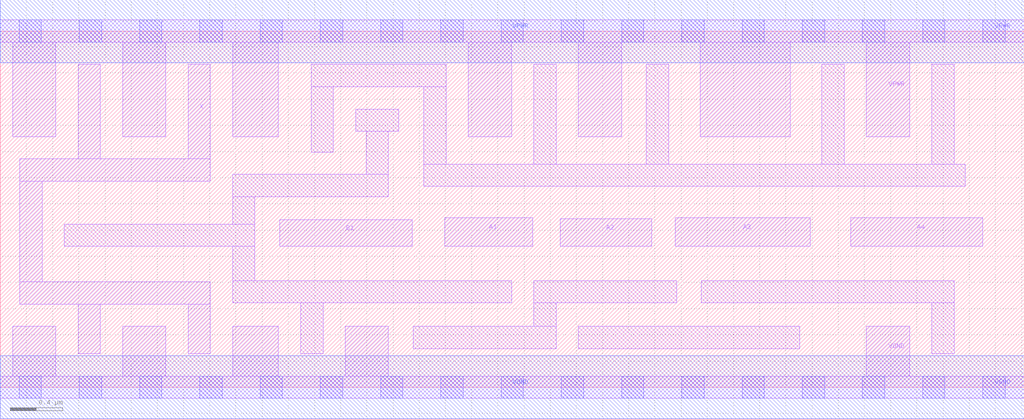
<source format=lef>
# Copyright 2020 The SkyWater PDK Authors
#
# Licensed under the Apache License, Version 2.0 (the "License");
# you may not use this file except in compliance with the License.
# You may obtain a copy of the License at
#
#     https://www.apache.org/licenses/LICENSE-2.0
#
# Unless required by applicable law or agreed to in writing, software
# distributed under the License is distributed on an "AS IS" BASIS,
# WITHOUT WARRANTIES OR CONDITIONS OF ANY KIND, either express or implied.
# See the License for the specific language governing permissions and
# limitations under the License.
#
# SPDX-License-Identifier: Apache-2.0

VERSION 5.7 ;
  NAMESCASESENSITIVE ON ;
  NOWIREEXTENSIONATPIN ON ;
  DIVIDERCHAR "/" ;
  BUSBITCHARS "[]" ;
UNITS
  DATABASE MICRONS 200 ;
END UNITS
MACRO sky130_fd_sc_hd__a41o_4
  CLASS CORE ;
  SOURCE USER ;
  FOREIGN sky130_fd_sc_hd__a41o_4 ;
  ORIGIN  0.000000  0.000000 ;
  SIZE  7.820000 BY  2.720000 ;
  SYMMETRY X Y R90 ;
  SITE unithd ;
  PIN A1
    ANTENNAGATEAREA  0.495000 ;
    DIRECTION INPUT ;
    USE SIGNAL ;
    PORT
      LAYER li1 ;
        RECT 3.395000 1.075000 4.065000 1.295000 ;
    END
  END A1
  PIN A2
    ANTENNAGATEAREA  0.495000 ;
    DIRECTION INPUT ;
    USE SIGNAL ;
    PORT
      LAYER li1 ;
        RECT 4.275000 1.075000 4.975000 1.285000 ;
    END
  END A2
  PIN A3
    ANTENNAGATEAREA  0.495000 ;
    DIRECTION INPUT ;
    USE SIGNAL ;
    PORT
      LAYER li1 ;
        RECT 5.155000 1.075000 6.185000 1.295000 ;
    END
  END A3
  PIN A4
    ANTENNAGATEAREA  0.495000 ;
    DIRECTION INPUT ;
    USE SIGNAL ;
    PORT
      LAYER li1 ;
        RECT 6.495000 1.075000 7.505000 1.295000 ;
    END
  END A4
  PIN B1
    ANTENNAGATEAREA  0.495000 ;
    DIRECTION INPUT ;
    USE SIGNAL ;
    PORT
      LAYER li1 ;
        RECT 2.135000 1.075000 3.145000 1.280000 ;
    END
  END B1
  PIN X
    ANTENNADIFFAREA  0.891000 ;
    DIRECTION OUTPUT ;
    USE SIGNAL ;
    PORT
      LAYER li1 ;
        RECT 0.150000 0.635000 1.605000 0.805000 ;
        RECT 0.150000 0.805000 0.320000 1.575000 ;
        RECT 0.150000 1.575000 1.605000 1.745000 ;
        RECT 0.595000 0.255000 0.765000 0.635000 ;
        RECT 0.595000 1.745000 0.765000 2.465000 ;
        RECT 1.435000 0.255000 1.605000 0.635000 ;
        RECT 1.435000 1.745000 1.605000 2.465000 ;
    END
  END X
  PIN VGND
    DIRECTION INOUT ;
    SHAPE ABUTMENT ;
    USE GROUND ;
    PORT
      LAYER li1 ;
        RECT 0.000000 -0.085000 7.820000 0.085000 ;
        RECT 0.095000  0.085000 0.425000 0.465000 ;
        RECT 0.935000  0.085000 1.265000 0.465000 ;
        RECT 1.775000  0.085000 2.125000 0.465000 ;
        RECT 2.635000  0.085000 2.965000 0.465000 ;
        RECT 6.615000  0.085000 6.945000 0.465000 ;
      LAYER mcon ;
        RECT 0.145000 -0.085000 0.315000 0.085000 ;
        RECT 0.605000 -0.085000 0.775000 0.085000 ;
        RECT 1.065000 -0.085000 1.235000 0.085000 ;
        RECT 1.525000 -0.085000 1.695000 0.085000 ;
        RECT 1.985000 -0.085000 2.155000 0.085000 ;
        RECT 2.445000 -0.085000 2.615000 0.085000 ;
        RECT 2.905000 -0.085000 3.075000 0.085000 ;
        RECT 3.365000 -0.085000 3.535000 0.085000 ;
        RECT 3.825000 -0.085000 3.995000 0.085000 ;
        RECT 4.285000 -0.085000 4.455000 0.085000 ;
        RECT 4.745000 -0.085000 4.915000 0.085000 ;
        RECT 5.205000 -0.085000 5.375000 0.085000 ;
        RECT 5.665000 -0.085000 5.835000 0.085000 ;
        RECT 6.125000 -0.085000 6.295000 0.085000 ;
        RECT 6.585000 -0.085000 6.755000 0.085000 ;
        RECT 7.045000 -0.085000 7.215000 0.085000 ;
        RECT 7.505000 -0.085000 7.675000 0.085000 ;
      LAYER met1 ;
        RECT 0.000000 -0.240000 7.820000 0.240000 ;
    END
  END VGND
  PIN VPWR
    DIRECTION INOUT ;
    SHAPE ABUTMENT ;
    USE POWER ;
    PORT
      LAYER li1 ;
        RECT 0.000000 2.635000 7.820000 2.805000 ;
        RECT 0.095000 1.915000 0.425000 2.635000 ;
        RECT 0.935000 1.915000 1.265000 2.635000 ;
        RECT 1.775000 1.915000 2.125000 2.635000 ;
        RECT 3.575000 1.915000 3.905000 2.635000 ;
        RECT 4.415000 1.915000 4.745000 2.635000 ;
        RECT 5.345000 1.915000 6.035000 2.635000 ;
        RECT 6.615000 1.915000 6.945000 2.635000 ;
      LAYER mcon ;
        RECT 0.145000 2.635000 0.315000 2.805000 ;
        RECT 0.605000 2.635000 0.775000 2.805000 ;
        RECT 1.065000 2.635000 1.235000 2.805000 ;
        RECT 1.525000 2.635000 1.695000 2.805000 ;
        RECT 1.985000 2.635000 2.155000 2.805000 ;
        RECT 2.445000 2.635000 2.615000 2.805000 ;
        RECT 2.905000 2.635000 3.075000 2.805000 ;
        RECT 3.365000 2.635000 3.535000 2.805000 ;
        RECT 3.825000 2.635000 3.995000 2.805000 ;
        RECT 4.285000 2.635000 4.455000 2.805000 ;
        RECT 4.745000 2.635000 4.915000 2.805000 ;
        RECT 5.205000 2.635000 5.375000 2.805000 ;
        RECT 5.665000 2.635000 5.835000 2.805000 ;
        RECT 6.125000 2.635000 6.295000 2.805000 ;
        RECT 6.585000 2.635000 6.755000 2.805000 ;
        RECT 7.045000 2.635000 7.215000 2.805000 ;
        RECT 7.505000 2.635000 7.675000 2.805000 ;
      LAYER met1 ;
        RECT 0.000000 2.480000 7.820000 2.960000 ;
    END
  END VPWR
  OBS
    LAYER li1 ;
      RECT 0.490000 1.075000 1.945000 1.245000 ;
      RECT 1.775000 0.645000 3.905000 0.815000 ;
      RECT 1.775000 0.815000 1.945000 1.075000 ;
      RECT 1.775000 1.245000 1.945000 1.455000 ;
      RECT 1.775000 1.455000 2.965000 1.625000 ;
      RECT 2.295000 0.255000 2.465000 0.645000 ;
      RECT 2.375000 1.795000 2.545000 2.295000 ;
      RECT 2.375000 2.295000 3.405000 2.465000 ;
      RECT 2.715000 1.955000 3.045000 2.125000 ;
      RECT 2.795000 1.625000 2.965000 1.955000 ;
      RECT 3.155000 0.295000 4.245000 0.465000 ;
      RECT 3.235000 1.535000 7.370000 1.705000 ;
      RECT 3.235000 1.705000 3.405000 2.295000 ;
      RECT 4.075000 0.465000 4.245000 0.645000 ;
      RECT 4.075000 0.645000 5.165000 0.815000 ;
      RECT 4.075000 1.705000 4.245000 2.465000 ;
      RECT 4.415000 0.295000 6.105000 0.465000 ;
      RECT 4.935000 1.705000 5.105000 2.465000 ;
      RECT 5.355000 0.645000 7.285000 0.815000 ;
      RECT 6.275000 1.705000 6.445000 2.465000 ;
      RECT 7.115000 0.255000 7.285000 0.645000 ;
      RECT 7.115000 1.705000 7.285000 2.465000 ;
  END
END sky130_fd_sc_hd__a41o_4
END LIBRARY

</source>
